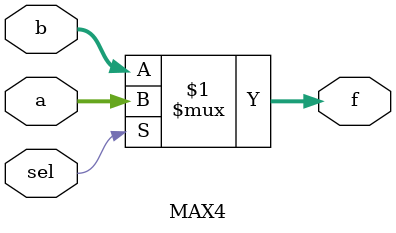
<source format=v>
module MAX4(a,b,sel,f);
input [3:0] a,b;
input sel;
output [3:0] f;
assign f = sel?a:b;
endmodule
</source>
